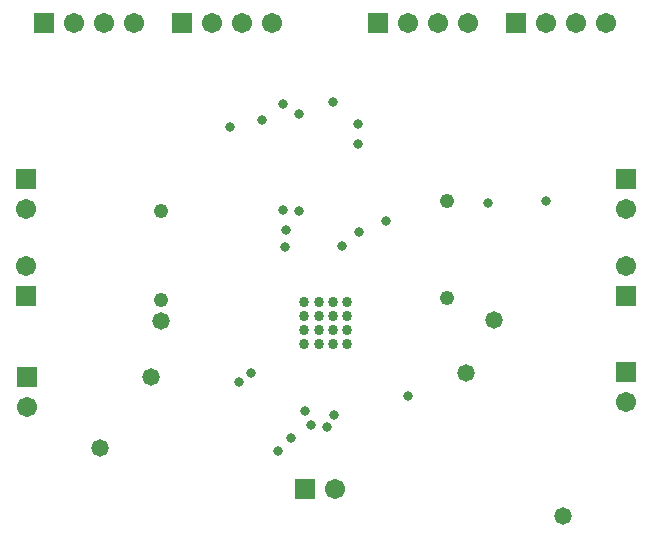
<source format=gbs>
%FSLAX24Y24*%
%MOIN*%
G70*
G01*
G75*
G04 Layer_Color=16711935*
%ADD10R,0.0787X0.1575*%
%ADD11R,0.1358X0.0512*%
%ADD12R,0.0512X0.1358*%
%ADD13R,0.0492X0.0591*%
%ADD14R,0.0669X0.0118*%
%ADD15R,0.0118X0.0669*%
%ADD16R,0.1969X0.1969*%
%ADD17R,0.0591X0.0492*%
%ADD18C,0.0118*%
%ADD19C,0.0200*%
%ADD20C,0.0300*%
%ADD21R,0.0591X0.0591*%
%ADD22C,0.0591*%
%ADD23R,0.0591X0.0591*%
%ADD24C,0.0236*%
%ADD25C,0.0260*%
%ADD26C,0.0500*%
%ADD27C,0.0400*%
%ADD28R,0.2700X0.2700*%
%ADD29C,0.0400*%
%ADD30C,0.0754*%
G04:AMPARAMS|DCode=31|XSize=95.433mil|YSize=95.433mil|CornerRadius=0mil|HoleSize=0mil|Usage=FLASHONLY|Rotation=0.000|XOffset=0mil|YOffset=0mil|HoleType=Round|Shape=Relief|Width=10mil|Gap=10mil|Entries=4|*
%AMTHD31*
7,0,0,0.0954,0.0754,0.0100,45*
%
%ADD31THD31*%
%ADD32C,0.0538*%
%ADD33C,0.0530*%
G04:AMPARAMS|DCode=34|XSize=88mil|YSize=88mil|CornerRadius=0mil|HoleSize=0mil|Usage=FLASHONLY|Rotation=0.000|XOffset=0mil|YOffset=0mil|HoleType=Round|Shape=Relief|Width=10mil|Gap=10mil|Entries=4|*
%AMTHD34*
7,0,0,0.0880,0.0680,0.0100,45*
%
%ADD34THD34*%
%ADD35C,0.0650*%
%ADD36C,0.0680*%
%ADD37C,0.0098*%
%ADD38C,0.0079*%
%ADD39C,0.0100*%
%ADD40R,0.0867X0.1655*%
%ADD41R,0.1438X0.0592*%
%ADD42R,0.0592X0.1438*%
%ADD43R,0.0572X0.0671*%
%ADD44R,0.0749X0.0198*%
%ADD45R,0.0198X0.0749*%
%ADD46R,0.2049X0.2049*%
%ADD47R,0.0671X0.0572*%
%ADD48R,0.0671X0.0671*%
%ADD49C,0.0671*%
%ADD50R,0.0671X0.0671*%
%ADD51C,0.0316*%
%ADD52C,0.0580*%
%ADD53C,0.0480*%
%ADD54C,0.0340*%
D48*
X30550Y35725D02*
D03*
X21850Y51250D02*
D03*
X26450D02*
D03*
X33000D02*
D03*
X37600D02*
D03*
D49*
X31550Y35725D02*
D03*
X21300Y38450D02*
D03*
X41275Y38600D02*
D03*
X22850Y51250D02*
D03*
X23850D02*
D03*
X24850D02*
D03*
X27450D02*
D03*
X28450D02*
D03*
X29450D02*
D03*
X34000D02*
D03*
X35000D02*
D03*
X36000D02*
D03*
X38600D02*
D03*
X39600D02*
D03*
X40600D02*
D03*
X41250Y43150D02*
D03*
Y45050D02*
D03*
X21250D02*
D03*
Y43150D02*
D03*
D50*
X21300Y39450D02*
D03*
X41275Y39600D02*
D03*
X41250Y42150D02*
D03*
Y46050D02*
D03*
X21250D02*
D03*
Y42150D02*
D03*
D51*
X31300Y37775D02*
D03*
X31525Y38175D02*
D03*
X31500Y48600D02*
D03*
X32375Y44275D02*
D03*
X29125Y48025D02*
D03*
X28075Y47775D02*
D03*
X31800Y43800D02*
D03*
X28375Y39275D02*
D03*
X33275Y44650D02*
D03*
X34000Y38800D02*
D03*
X30550Y38300D02*
D03*
X30350Y44975D02*
D03*
Y48225D02*
D03*
X29825Y45000D02*
D03*
X29925Y44350D02*
D03*
X29900Y43775D02*
D03*
X30775Y37850D02*
D03*
X36650Y45250D02*
D03*
X29650Y36975D02*
D03*
X38600Y45300D02*
D03*
X32325Y47200D02*
D03*
Y47875D02*
D03*
X29825Y48550D02*
D03*
X30100Y37400D02*
D03*
X28750Y39575D02*
D03*
D52*
X23725Y37075D02*
D03*
X39175Y34800D02*
D03*
X25750Y41300D02*
D03*
X36850Y41350D02*
D03*
X25425Y39450D02*
D03*
X35925Y39575D02*
D03*
D53*
X25756Y42019D02*
D03*
Y44994D02*
D03*
X35306Y42094D02*
D03*
X35300Y45300D02*
D03*
D54*
X30541Y41959D02*
D03*
X31014D02*
D03*
X31486D02*
D03*
X31959D02*
D03*
X30541Y41486D02*
D03*
X31014D02*
D03*
X31486D02*
D03*
X31959D02*
D03*
X30541Y41014D02*
D03*
X31014D02*
D03*
X31486D02*
D03*
X31959D02*
D03*
X30541Y40541D02*
D03*
X31014D02*
D03*
X31486D02*
D03*
X31959D02*
D03*
M02*

</source>
